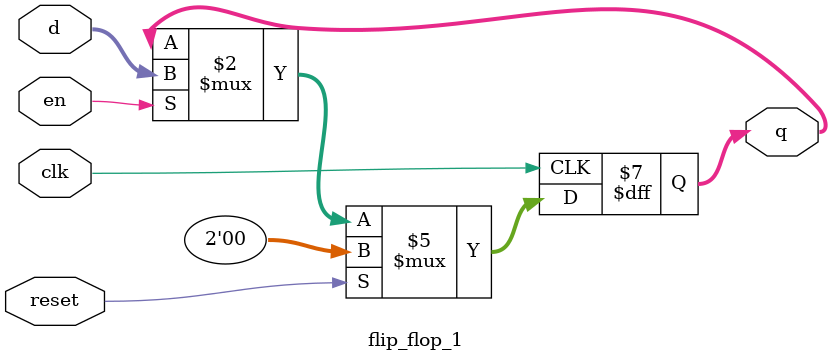
<source format=v>
module flip_flop_1(input clk,input reset,input en,input [1:0] d,output reg [1:0] q);
    always @(posedge clk) begin
    if(reset) q<=0;
    else begin
		if(en) q <= d;
		end
	end
endmodule
</source>
